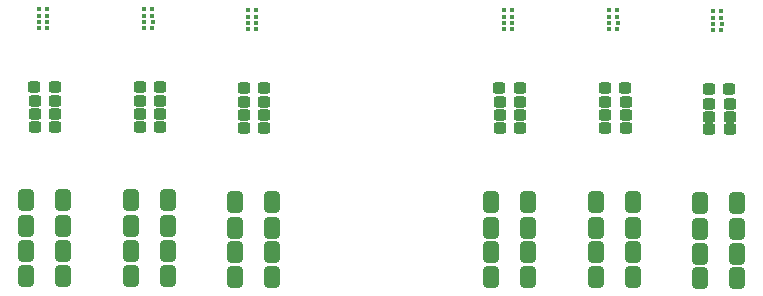
<source format=gbp>
G04 #@! TF.GenerationSoftware,KiCad,Pcbnew,(6.0.7)*
G04 #@! TF.CreationDate,2022-09-27T00:45:36+02:00*
G04 #@! TF.ProjectId,hamodule,68616d6f-6475-46c6-952e-6b696361645f,20220918.20*
G04 #@! TF.SameCoordinates,Original*
G04 #@! TF.FileFunction,Paste,Bot*
G04 #@! TF.FilePolarity,Positive*
%FSLAX46Y46*%
G04 Gerber Fmt 4.6, Leading zero omitted, Abs format (unit mm)*
G04 Created by KiCad (PCBNEW (6.0.7)) date 2022-09-27 00:45:36*
%MOMM*%
%LPD*%
G01*
G04 APERTURE LIST*
G04 Aperture macros list*
%AMRoundRect*
0 Rectangle with rounded corners*
0 $1 Rounding radius*
0 $2 $3 $4 $5 $6 $7 $8 $9 X,Y pos of 4 corners*
0 Add a 4 corners polygon primitive as box body*
4,1,4,$2,$3,$4,$5,$6,$7,$8,$9,$2,$3,0*
0 Add four circle primitives for the rounded corners*
1,1,$1+$1,$2,$3*
1,1,$1+$1,$4,$5*
1,1,$1+$1,$6,$7*
1,1,$1+$1,$8,$9*
0 Add four rect primitives between the rounded corners*
20,1,$1+$1,$2,$3,$4,$5,0*
20,1,$1+$1,$4,$5,$6,$7,0*
20,1,$1+$1,$6,$7,$8,$9,0*
20,1,$1+$1,$8,$9,$2,$3,0*%
G04 Aperture macros list end*
%ADD10RoundRect,0.250000X0.412500X0.650000X-0.412500X0.650000X-0.412500X-0.650000X0.412500X-0.650000X0*%
%ADD11RoundRect,0.237500X0.300000X0.237500X-0.300000X0.237500X-0.300000X-0.237500X0.300000X-0.237500X0*%
%ADD12RoundRect,0.079500X0.079500X0.100500X-0.079500X0.100500X-0.079500X-0.100500X0.079500X-0.100500X0*%
G04 APERTURE END LIST*
D10*
X90600000Y-79100000D03*
X87475000Y-79100000D03*
D11*
X98737500Y-68700000D03*
X97012500Y-68700000D03*
D12*
X49195000Y-59600000D03*
X49885000Y-59600000D03*
D10*
X99400000Y-81300000D03*
X96275000Y-81300000D03*
D11*
X41637500Y-66300000D03*
X39912500Y-66300000D03*
X98737500Y-67600000D03*
X97012500Y-67600000D03*
D10*
X81680000Y-79100000D03*
X78555000Y-79100000D03*
D12*
X88575000Y-59700000D03*
X89265000Y-59700000D03*
X88555000Y-60200000D03*
X89245000Y-60200000D03*
X40255000Y-60100000D03*
X40945000Y-60100000D03*
D11*
X80980000Y-65200000D03*
X79255000Y-65200000D03*
D10*
X81680000Y-77000000D03*
X78555000Y-77000000D03*
X90600000Y-77000000D03*
X87475000Y-77000000D03*
X90600000Y-81200000D03*
X87475000Y-81200000D03*
D11*
X98737500Y-66500000D03*
X97012500Y-66500000D03*
X50520000Y-65100000D03*
X48795000Y-65100000D03*
D10*
X42300000Y-81100000D03*
X39175000Y-81100000D03*
D11*
X50557500Y-66300000D03*
X48832500Y-66300000D03*
D12*
X57995000Y-59700000D03*
X58685000Y-59700000D03*
D10*
X60020000Y-81200000D03*
X56895000Y-81200000D03*
X60020000Y-77000000D03*
X56895000Y-77000000D03*
D12*
X40255000Y-58500000D03*
X40945000Y-58500000D03*
D11*
X98700000Y-65300000D03*
X96975000Y-65300000D03*
D12*
X97355000Y-59300000D03*
X98045000Y-59300000D03*
D10*
X60020000Y-79100000D03*
X56895000Y-79100000D03*
D12*
X97355000Y-58700000D03*
X98045000Y-58700000D03*
X49175000Y-58500000D03*
X49865000Y-58500000D03*
D11*
X41637500Y-68500000D03*
X39912500Y-68500000D03*
D10*
X81680000Y-74800000D03*
X78555000Y-74800000D03*
X51220000Y-81100000D03*
X48095000Y-81100000D03*
D11*
X89937500Y-68600000D03*
X88212500Y-68600000D03*
D10*
X90600000Y-74800000D03*
X87475000Y-74800000D03*
X51220000Y-79000000D03*
X48095000Y-79000000D03*
D12*
X57975000Y-59200000D03*
X58665000Y-59200000D03*
X79635000Y-59200000D03*
X80325000Y-59200000D03*
D10*
X99400000Y-74900000D03*
X96275000Y-74900000D03*
X42300000Y-79000000D03*
X39175000Y-79000000D03*
D11*
X81017500Y-66400000D03*
X79292500Y-66400000D03*
D10*
X99400000Y-79200000D03*
X96275000Y-79200000D03*
X42300000Y-74700000D03*
X39175000Y-74700000D03*
D11*
X89900000Y-65200000D03*
X88175000Y-65200000D03*
D12*
X79635000Y-58600000D03*
X80325000Y-58600000D03*
X79655000Y-59700000D03*
X80345000Y-59700000D03*
D10*
X81680000Y-81200000D03*
X78555000Y-81200000D03*
D11*
X41637500Y-67400000D03*
X39912500Y-67400000D03*
D10*
X51220000Y-74700000D03*
X48095000Y-74700000D03*
X99400000Y-77100000D03*
X96275000Y-77100000D03*
D11*
X59357500Y-66400000D03*
X57632500Y-66400000D03*
D10*
X60020000Y-74800000D03*
X56895000Y-74800000D03*
D11*
X89937500Y-67500000D03*
X88212500Y-67500000D03*
D12*
X49175000Y-60100000D03*
X49865000Y-60100000D03*
X40275000Y-59600000D03*
X40965000Y-59600000D03*
D10*
X51220000Y-76900000D03*
X48095000Y-76900000D03*
D12*
X79635000Y-60200000D03*
X80325000Y-60200000D03*
X97375000Y-59800000D03*
X98065000Y-59800000D03*
X40255000Y-59100000D03*
X40945000Y-59100000D03*
X88555000Y-59200000D03*
X89245000Y-59200000D03*
D11*
X50557500Y-68500000D03*
X48832500Y-68500000D03*
X81017500Y-67500000D03*
X79292500Y-67500000D03*
D12*
X57975000Y-60200000D03*
X58665000Y-60200000D03*
D10*
X42300000Y-76900000D03*
X39175000Y-76900000D03*
D11*
X41600000Y-65100000D03*
X39875000Y-65100000D03*
X59320000Y-65200000D03*
X57595000Y-65200000D03*
X59357500Y-68600000D03*
X57632500Y-68600000D03*
X59357500Y-67500000D03*
X57632500Y-67500000D03*
X89937500Y-66400000D03*
X88212500Y-66400000D03*
D12*
X57975000Y-58600000D03*
X58665000Y-58600000D03*
D11*
X50557500Y-67400000D03*
X48832500Y-67400000D03*
D12*
X88555000Y-58600000D03*
X89245000Y-58600000D03*
X97355000Y-60300000D03*
X98045000Y-60300000D03*
X49175000Y-59100000D03*
X49865000Y-59100000D03*
D11*
X81017500Y-68600000D03*
X79292500Y-68600000D03*
M02*

</source>
